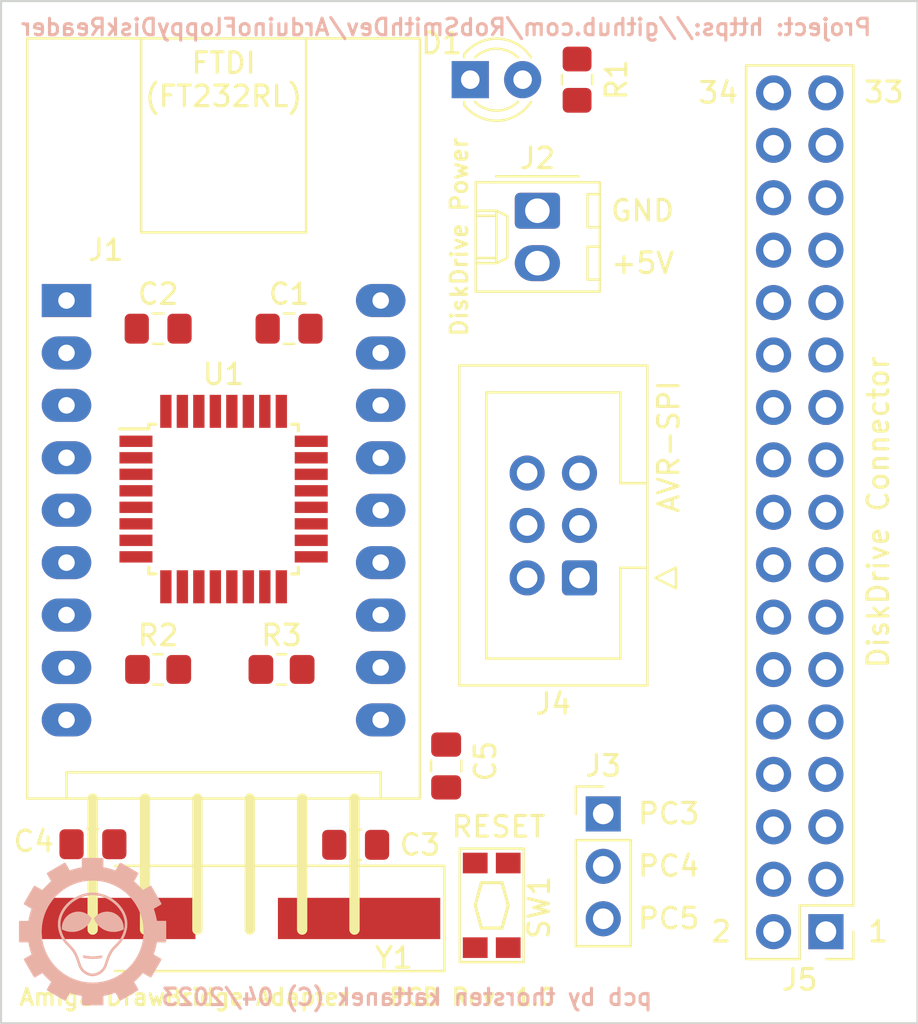
<source format=kicad_pcb>
(kicad_pcb (version 20211014) (generator pcbnew)
  (title_block (rev "1.0"))
  (layers (0 "F.Cu" signal) (31 "B.Cu" signal) (34 "B.Paste" user) (35 "F.Paste" user) (36 "B.SilkS" user "B.Silkscreen") (37 "F.SilkS" user "F.Silkscreen") (38 "B.Mask" user) (39 "F.Mask" user) (44 "Edge.Cuts" user))
  (net 0 "")
  (net 1 "GND")
  (net 2 "Net-(C1-Pad2)")
  (net 3 "VCC")
  (net 4 "Net-(C3-Pad1)")
  (net 5 "Net-(C4-Pad1)")
  (net 6 "RESET")
  (net 7 "DTR")
  (net 8 "Net-(D1-Pad2)")
  (net 9 "CTS")
  (net 10 "RXI")
  (net 11 "TXO")
  (net 12 "PC3")
  (net 13 "PC4")
  (net 14 "PC5")
  (net 15 "MISO")
  (net 16 "LED")
  (net 17 "DRV_SEL_B")
  (net 21 "DRV_INDEX")
  (net 24 "DRV_MOTOR_EN_B")
  (net 25 "DRV_DIRECTION")
  (net 26 "DRV_STEP")
  (net 27 "DRV_WRITE_DATA")
  (net 28 "DRV_WRITE_GATE")
  (net 29 "DRV_TRACK_0")
  (net 30 "DRV_WRITE_PROTECT")
  (net 31 "DRV_READ_DATA")
  (net 32 "DRV_HEAD_SELECT")
  (net 33 "DRV_DISK_CHANGE")
  (footprint "Connector_Molex:Molex_KK-254_AE-6410-02A_1x02_P2.54mm_Vertical" (layer "F.Cu") (at 144.76 63.5 -90)
    (fp_text reference "J2" (at -2.54 0) (layer "F.SilkS"))
    (fp_text value "DiskDrive Power")
    (pad "1" thru_hole roundrect (at 0 0 270) (size 1.74 2.19) (drill 1.19) (layers *.Cu *.Mask) (roundrect_rratio 0.143678) (net 1 "GND"))
    (pad "2" thru_hole oval (at 2.54 0 270) (size 1.74 2.19) (drill 1.19) (layers *.Cu *.Mask) (net 3 "VCC"))
  )
  (footprint "LED_THT:LED_D3.0mm" (layer "F.Cu") (at 141.505 57.15)
    (fp_text reference "D1" (at -1.393361 -1.757333) (layer "F.SilkS"))
    (fp_text value "LED (BLUE)")
    (pad "1" thru_hole rect (at 0 0) (size 1.8 1.8) (drill 0.9) (layers *.Cu *.Mask) (net 1 "GND"))
    (pad "2" thru_hole circle (at 2.54 0) (size 1.8 1.8) (drill 0.9) (layers *.Cu *.Mask) (net 8 "Net-(D1-Pad2)"))
  )
  (footprint "Capacitor_SMD:C_0805_2012Metric_Pad1.18x1.45mm_HandSolder" (layer "F.Cu") (at 135.945844 94.223666 180)
    (fp_text reference "C3" (at -3.119156 0) (layer "F.SilkS"))
    (fp_text value "22p")
    (pad "1" smd roundrect (at -1.0375 0 180) (size 1.175 1.45) (layers "F.Cu" "F.Paste" "F.Mask") (roundrect_rratio 0.212766) (net 4 "Net-(C3-Pad1)"))
    (pad "2" smd roundrect (at 1.0375 0 180) (size 1.175 1.45) (layers "F.Cu" "F.Paste" "F.Mask") (roundrect_rratio 0.212766) (net 1 "GND"))
  )
  (footprint "Capacitor_SMD:C_0805_2012Metric_Pad1.18x1.45mm_HandSolder" (layer "F.Cu") (at 132.715 69.215)
    (fp_text reference "C1" (at 0 -1.68) (layer "F.SilkS"))
    (fp_text value "100n")
    (pad "1" smd roundrect (at -1.0375 0) (size 1.175 1.45) (layers "F.Cu" "F.Paste" "F.Mask") (roundrect_rratio 0.212766) (net 1 "GND"))
    (pad "2" smd roundrect (at 1.0375 0) (size 1.175 1.45) (layers "F.Cu" "F.Paste" "F.Mask") (roundrect_rratio 0.212766) (net 2 "Net-(C1-Pad2)"))
  )
  (footprint "Crystal:Crystal_SMD_HC49-SD_HandSoldering" (layer "F.Cu") (at 130.175 97.79 180)
    (fp_text reference "Y1" (at -7.62 -1.905) (layer "F.SilkS"))
    (fp_text value "16MHz")
    (pad "1" smd rect (at -5.9375 0 180) (size 7.875 2) (layers "F.Cu" "F.Paste" "F.Mask") (net 5 "Net-(C4-Pad1)"))
    (pad "2" smd rect (at 5.9375 0 180) (size 7.875 2) (layers "F.Cu" "F.Paste" "F.Mask") (net 4 "Net-(C3-Pad1)"))
  )
  (footprint "connector_tk:ftdi_232_red" (layer "F.Cu") (at 129.54 80.55)
    (fp_text reference "J1" (at -5.715 -15.145 unlocked) (layer "F.SilkS"))
    (fp_text value "FTDI_232_RED")
    (pad "1" thru_hole rect (at -7.62 -12.7) (size 2.4 1.6) (drill 0.8) (layers *.Cu *.Mask))
    (pad "2" thru_hole oval (at -7.62 -10.16) (size 2.4 1.6) (drill 0.8) (layers *.Cu *.Mask))
    (pad "3" thru_hole oval (at -7.62 -7.62) (size 2.4 1.6) (drill 0.8) (layers *.Cu *.Mask))
    (pad "4" thru_hole oval (at -7.62 -5.08) (size 2.4 1.6) (drill 0.8) (layers *.Cu *.Mask) (net 9 "CTS"))
    (pad "5" thru_hole oval (at -7.62 -2.54) (size 2.4 1.6) (drill 0.8) (layers *.Cu *.Mask))
    (pad "6" thru_hole oval (at -7.62 0) (size 2.4 1.6) (drill 0.8) (layers *.Cu *.Mask) (net 3 "VCC"))
    (pad "7" thru_hole oval (at -7.62 2.54) (size 2.4 1.6) (drill 0.8) (layers *.Cu *.Mask))
    (pad "8" thru_hole oval (at -7.62 5.08) (size 2.4 1.6) (drill 0.8) (layers *.Cu *.Mask))
    (pad "9" thru_hole oval (at -7.62 7.62) (size 2.4 1.6) (drill 0.8) (layers *.Cu *.Mask) (net 1 "GND"))
    (pad "10" thru_hole oval (at 7.62 7.62) (size 2.4 1.6) (drill 0.8) (layers *.Cu *.Mask) (net 10 "RXI"))
    (pad "11" thru_hole oval (at 7.62 5.08) (size 2.4 1.6) (drill 0.8) (layers *.Cu *.Mask) (net 7 "DTR"))
    (pad "12" thru_hole oval (at 7.62 2.54) (size 2.4 1.6) (drill 0.8) (layers *.Cu *.Mask))
    (pad "13" thru_hole oval (at 7.62 0) (size 2.4 1.6) (drill 0.8) (layers *.Cu *.Mask))
    (pad "14" thru_hole oval (at 7.62 -2.54) (size 2.4 1.6) (drill 0.8) (layers *.Cu *.Mask) (net 11 "TXO"))
    (pad "15" thru_hole oval (at 7.62 -5.08) (size 2.4 1.6) (drill 0.8) (layers *.Cu *.Mask))
    (pad "16" thru_hole oval (at 7.62 -7.62) (size 2.4 1.6) (drill 0.8) (layers *.Cu *.Mask))
    (pad "17" thru_hole oval (at 7.62 -10.16) (size 2.4 1.6) (drill 0.8) (layers *.Cu *.Mask))
    (pad "18" thru_hole oval (at 7.62 -12.7) (size 2.4 1.6) (drill 0.8) (layers *.Cu *.Mask))
  )
  (footprint "button_switch_tk:SW_KMR231G" (layer "F.Cu") (at 142.545 97.155 -90)
    (fp_text reference "SW1" (at 0.1 -2.3 90) (layer "F.SilkS"))
    (fp_text value "SW_Push")
    (pad "1" smd rect locked (at 2.05 -0.8 270) (size 1 1.2) (layers "F.Cu" "F.Paste" "F.Mask") (net 1 "GND"))
    (pad "1" smd rect locked (at -2.05 -0.8 270) (size 1 1.2) (layers "F.Cu" "F.Paste" "F.Mask") (net 1 "GND"))
    (pad "2" smd rect locked (at -2.05 0.8 270) (size 1 1.2) (layers "F.Cu" "F.Paste" "F.Mask") (net 6 "RESET"))
    (pad "2" smd rect locked (at 2.05 0.8 270) (size 1 1.2) (layers "F.Cu" "F.Paste" "F.Mask") (net 6 "RESET"))
  )
  (footprint "Connector_IDC:IDC-Header_2x03_P2.54mm_Vertical" (layer "F.Cu") (at 146.8025 81.29 180)
    (fp_text reference "J4" (at 1.27 -6.1) (layer "F.SilkS"))
    (fp_text value "AVR-ISP-6")
    (pad "1" thru_hole roundrect (at 0 0 180) (size 1.7 1.7) (drill 1) (layers *.Cu *.Mask) (roundrect_rratio 0.147059) (net 15 "MISO"))
    (pad "2" thru_hole circle (at 2.54 0 180) (size 1.7 1.7) (drill 1) (layers *.Cu *.Mask) (net 3 "VCC"))
    (pad "3" thru_hole circle (at 0 2.54 180) (size 1.7 1.7) (drill 1) (layers *.Cu *.Mask) (net 16 "LED"))
    (pad "4" thru_hole circle (at 2.54 2.54 180) (size 1.7 1.7) (drill 1) (layers *.Cu *.Mask) (net 17 "DRV_SEL_B"))
    (pad "5" thru_hole circle (at 0 5.08 180) (size 1.7 1.7) (drill 1) (layers *.Cu *.Mask) (net 6 "RESET"))
    (pad "6" thru_hole circle (at 2.54 5.08 180) (size 1.7 1.7) (drill 1) (layers *.Cu *.Mask) (net 1 "GND"))
  )
  (footprint "Connector_PinHeader_2.54mm:PinHeader_1x03_P2.54mm_Vertical" (layer "F.Cu") (at 147.955 92.725)
    (fp_text reference "J3" (at 0 -2.33) (layer "F.SilkS"))
    (fp_text value "PC3-PC5")
    (pad "1" thru_hole rect (at 0 0) (size 1.7 1.7) (drill 1) (layers *.Cu *.Mask) (net 12 "PC3"))
    (pad "2" thru_hole oval (at 0 2.54) (size 1.7 1.7) (drill 1) (layers *.Cu *.Mask) (net 13 "PC4"))
    (pad "3" thru_hole oval (at 0 5.08) (size 1.7 1.7) (drill 1) (layers *.Cu *.Mask) (net 14 "PC5"))
  )
  (footprint "Capacitor_SMD:C_0805_2012Metric_Pad1.18x1.45mm_HandSolder" (layer "F.Cu") (at 126.365 69.215)
    (fp_text reference "C2" (at 0 -1.68) (layer "F.SilkS"))
    (fp_text value "100n")
    (pad "1" smd roundrect (at -1.0375 0) (size 1.175 1.45) (layers "F.Cu" "F.Paste" "F.Mask") (roundrect_rratio 0.212766) (net 3 "VCC"))
    (pad "2" smd roundrect (at 1.0375 0) (size 1.175 1.45) (layers "F.Cu" "F.Paste" "F.Mask") (roundrect_rratio 0.212766) (net 1 "GND"))
  )
  (footprint "Package_QFP:TQFP-32_7x7mm_P0.8mm" (layer "F.Cu") (at 129.54 77.47)
    (fp_text reference "U1" (at 0 -6.05) (layer "F.SilkS"))
    (fp_text value "ATmega328P-A")
    (pad "1" smd rect (at -4.25 -2.8) (size 1.6 0.55) (layers "F.Cu" "F.Paste" "F.Mask") (net 27 "DRV_WRITE_DATA"))
    (pad "2" smd rect (at -4.25 -2) (size 1.6 0.55) (layers "F.Cu" "F.Paste" "F.Mask") (net 29 "DRV_TRACK_0"))
    (pad "3" smd rect (at -4.25 -1.2) (size 1.6 0.55) (layers "F.Cu" "F.Paste" "F.Mask") (net 1 "GND"))
    (pad "4" smd rect (at -4.25 -0.4) (size 1.6 0.55) (layers "F.Cu" "F.Paste" "F.Mask") (net 3 "VCC"))
    (pad "5" smd rect (at -4.25 0.4) (size 1.6 0.55) (layers "F.Cu" "F.Paste" "F.Mask") (net 1 "GND"))
    (pad "6" smd rect (at -4.25 1.2) (size 1.6 0.55) (layers "F.Cu" "F.Paste" "F.Mask") (net 3 "VCC"))
    (pad "7" smd rect (at -4.25 2) (size 1.6 0.55) (layers "F.Cu" "F.Paste" "F.Mask") (net 4 "Net-(C3-Pad1)"))
    (pad "8" smd rect (at -4.25 2.8) (size 1.6 0.55) (layers "F.Cu" "F.Paste" "F.Mask") (net 5 "Net-(C4-Pad1)"))
    (pad "9" smd rect (at -2.8 4.25 90) (size 1.6 0.55) (layers "F.Cu" "F.Paste" "F.Mask") (net 24 "DRV_MOTOR_EN_B"))
    (pad "10" smd rect (at -2 4.25 90) (size 1.6 0.55) (layers "F.Cu" "F.Paste" "F.Mask") (net 25 "DRV_DIRECTION"))
    (pad "11" smd rect (at -1.2 4.25 90) (size 1.6 0.55) (layers "F.Cu" "F.Paste" "F.Mask") (net 26 "DRV_STEP"))
    (pad "12" smd rect (at -0.4 4.25 90) (size 1.6 0.55) (layers "F.Cu" "F.Paste" "F.Mask") (net 31 "DRV_READ_DATA"))
    (pad "13" smd rect (at 0.4 4.25 90) (size 1.6 0.55) (layers "F.Cu" "F.Paste" "F.Mask") (net 32 "DRV_HEAD_SELECT"))
    (pad "14" smd rect (at 1.2 4.25 90) (size 1.6 0.55) (layers "F.Cu" "F.Paste" "F.Mask") (net 33 "DRV_DISK_CHANGE"))
    (pad "15" smd rect (at 2 4.25 90) (size 1.6 0.55) (layers "F.Cu" "F.Paste" "F.Mask") (net 17 "DRV_SEL_B"))
    (pad "16" smd rect (at 2.8 4.25 90) (size 1.6 0.55) (layers "F.Cu" "F.Paste" "F.Mask") (net 15 "MISO"))
    (pad "17" smd rect (at 4.25 2.8) (size 1.6 0.55) (layers "F.Cu" "F.Paste" "F.Mask") (net 16 "LED"))
    (pad "18" smd rect (at 4.25 2) (size 1.6 0.55) (layers "F.Cu" "F.Paste" "F.Mask") (net 3 "VCC"))
    (pad "19" smd rect (at 4.25 1.2) (size 1.6 0.55) (layers "F.Cu" "F.Paste" "F.Mask") (net 1 "GND"))
    (pad "20" smd rect (at 4.25 0.4) (size 1.6 0.55) (layers "F.Cu" "F.Paste" "F.Mask") (net 2 "Net-(C1-Pad2)"))
    (pad "21" smd rect (at 4.25 -0.4) (size 1.6 0.55) (layers "F.Cu" "F.Paste" "F.Mask") (net 1 "GND"))
    (pad "22" smd rect (at 4.25 -1.2) (size 1.6 0.55) (layers "F.Cu" "F.Paste" "F.Mask") (net 1 "GND"))
    (pad "23" smd rect (at 4.25 -2) (size 1.6 0.55) (layers "F.Cu" "F.Paste" "F.Mask") (net 28 "DRV_WRITE_GATE"))
    (pad "24" smd rect (at 4.25 -2.8) (size 1.6 0.55) (layers "F.Cu" "F.Paste" "F.Mask") (net 30 "DRV_WRITE_PROTECT"))
    (pad "25" smd rect (at 2.8 -4.25 90) (size 1.6 0.55) (layers "F.Cu" "F.Paste" "F.Mask") (net 9 "CTS"))
    (pad "26" smd rect (at 2 -4.25 90) (size 1.6 0.55) (layers "F.Cu" "F.Paste" "F.Mask") (net 12 "PC3"))
    (pad "27" smd rect (at 1.2 -4.25 90) (size 1.6 0.55) (layers "F.Cu" "F.Paste" "F.Mask") (net 13 "PC4"))
    (pad "28" smd rect (at 0.4 -4.25 90) (size 1.6 0.55) (layers "F.Cu" "F.Paste" "F.Mask") (net 14 "PC5"))
    (pad "29" smd rect (at -0.4 -4.25 90) (size 1.6 0.55) (layers "F.Cu" "F.Paste" "F.Mask") (net 6 "RESET"))
    (pad "30" smd rect (at -1.2 -4.25 90) (size 1.6 0.55) (layers "F.Cu" "F.Paste" "F.Mask") (net 10 "RXI"))
    (pad "31" smd rect (at -2 -4.25 90) (size 1.6 0.55) (layers "F.Cu" "F.Paste" "F.Mask") (net 11 "TXO"))
    (pad "32" smd rect (at -2.8 -4.25 90) (size 1.6 0.55) (layers "F.Cu" "F.Paste" "F.Mask") (net 21 "DRV_INDEX"))
  )
  (footprint "Resistor_SMD:R_0805_2012Metric_Pad1.20x1.40mm_HandSolder" (layer "F.Cu") (at 132.35 85.725)
    (fp_text reference "R3" (at 0 -1.65) (layer "F.SilkS"))
    (fp_text value "10k")
    (pad "1" smd roundrect (at -1 0) (size 1.2 1.4) (layers "F.Cu" "F.Paste" "F.Mask") (roundrect_rratio 0.208333) (net 6 "RESET"))
    (pad "2" smd roundrect (at 1 0) (size 1.2 1.4) (layers "F.Cu" "F.Paste" "F.Mask") (roundrect_rratio 0.208333) (net 3 "VCC"))
  )
  (footprint "Capacitor_SMD:C_0805_2012Metric_Pad1.18x1.45mm_HandSolder" (layer "F.Cu") (at 123.202858 94.194112 180)
    (fp_text reference "C4" (at 2.871314 0.142139) (layer "F.SilkS"))
    (fp_text value "22p")
    (pad "1" smd roundrect (at -1.0375 0 180) (size 1.175 1.45) (layers "F.Cu" "F.Paste" "F.Mask") (roundrect_rratio 0.212766) (net 5 "Net-(C4-Pad1)"))
    (pad "2" smd roundrect (at 1.0375 0 180) (size 1.175 1.45) (layers "F.Cu" "F.Paste" "F.Mask") (roundrect_rratio 0.212766) (net 1 "GND"))
  )
  (footprint "Resistor_SMD:R_0805_2012Metric_Pad1.20x1.40mm_HandSolder" (layer "F.Cu") (at 126.365 85.725)
    (fp_text reference "R2" (at 0 -1.65) (layer "F.SilkS"))
    (fp_text value "1k")
    (pad "1" smd roundrect (at -1 0) (size 1.2 1.4) (layers "F.Cu" "F.Paste" "F.Mask") (roundrect_rratio 0.208333) (net 3 "VCC"))
    (pad "2" smd roundrect (at 1 0) (size 1.2 1.4) (layers "F.Cu" "F.Paste" "F.Mask") (roundrect_rratio 0.208333) (net 31 "DRV_READ_DATA"))
  )
  (footprint "Capacitor_SMD:C_0805_2012Metric_Pad1.18x1.45mm_HandSolder" (layer "F.Cu") (at 140.335 90.4025 90)
    (fp_text reference "C5" (at 0.2325 1.905 90) (layer "F.SilkS"))
    (fp_text value "100n")
    (pad "1" smd roundrect (at -1.0375 0 90) (size 1.175 1.45) (layers "F.Cu" "F.Paste" "F.Mask") (roundrect_rratio 0.212766) (net 6 "RESET"))
    (pad "2" smd roundrect (at 1.0375 0 90) (size 1.175 1.45) (layers "F.Cu" "F.Paste" "F.Mask") (roundrect_rratio 0.212766) (net 7 "DTR"))
  )
  (footprint "Connector_PinHeader_2.54mm:PinHeader_2x17_P2.54mm_Vertical" (layer "F.Cu") (at 158.755 98.43 180)
    (fp_text reference "J5" (at 1.27 -2.33) (layer "F.SilkS"))
    (fp_text value "DiskDrive Data")
    (pad "1" thru_hole rect (at 0 0 180) (size 1.7 1.7) (drill 1) (layers *.Cu *.Mask) (net 1 "GND"))
    (pad "2" thru_hole oval (at 2.54 0 180) (size 1.7 1.7) (drill 1) (layers *.Cu *.Mask))
    (pad "3" thru_hole oval (at 0 2.54 180) (size 1.7 1.7) (drill 1) (layers *.Cu *.Mask) (net 1 "GND"))
    (pad "4" thru_hole oval (at 2.54 2.54 180) (size 1.7 1.7) (drill 1) (layers *.Cu *.Mask))
    (pad "5" thru_hole oval (at 0 5.08 180) (size 1.7 1.7) (drill 1) (layers *.Cu *.Mask) (net 1 "GND"))
    (pad "6" thru_hole oval (at 2.54 5.08 180) (size 1.7 1.7) (drill 1) (layers *.Cu *.Mask))
    (pad "7" thru_hole oval (at 0 7.62 180) (size 1.7 1.7) (drill 1) (layers *.Cu *.Mask) (net 1 "GND"))
    (pad "8" thru_hole oval (at 2.54 7.62 180) (size 1.7 1.7) (drill 1) (layers *.Cu *.Mask) (net 21 "DRV_INDEX"))
    (pad "9" thru_hole oval (at 0 10.16 180) (size 1.7 1.7) (drill 1) (layers *.Cu *.Mask) (net 1 "GND"))
    (pad "10" thru_hole oval (at 2.54 10.16 180) (size 1.7 1.7) (drill 1) (layers *.Cu *.Mask))
    (pad "11" thru_hole oval (at 0 12.7 180) (size 1.7 1.7) (drill 1) (layers *.Cu *.Mask) (net 1 "GND"))
    (pad "12" thru_hole oval (at 2.54 12.7 180) (size 1.7 1.7) (drill 1) (layers *.Cu *.Mask) (net 17 "DRV_SEL_B"))
    (pad "13" thru_hole oval (at 0 15.24 180) (size 1.7 1.7) (drill 1) (layers *.Cu *.Mask) (net 1 "GND"))
    (pad "14" thru_hole oval (at 2.54 15.24 180) (size 1.7 1.7) (drill 1) (layers *.Cu *.Mask))
    (pad "15" thru_hole oval (at 0 17.78 180) (size 1.7 1.7) (drill 1) (layers *.Cu *.Mask) (net 1 "GND"))
    (pad "16" thru_hole oval (at 2.54 17.78 180) (size 1.7 1.7) (drill 1) (layers *.Cu *.Mask) (net 24 "DRV_MOTOR_EN_B"))
    (pad "17" thru_hole oval (at 0 20.32 180) (size 1.7 1.7) (drill 1) (layers *.Cu *.Mask) (net 1 "GND"))
    (pad "18" thru_hole oval (at 2.54 20.32 180) (size 1.7 1.7) (drill 1) (layers *.Cu *.Mask) (net 25 "DRV_DIRECTION"))
    (pad "19" thru_hole oval (at 0 22.86 180) (size 1.7 1.7) (drill 1) (layers *.Cu *.Mask) (net 1 "GND"))
    (pad "20" thru_hole oval (at 2.54 22.86 180) (size 1.7 1.7) (drill 1) (layers *.Cu *.Mask) (net 26 "DRV_STEP"))
    (pad "21" thru_hole oval (at 0 25.4 180) (size 1.7 1.7) (drill 1) (layers *.Cu *.Mask) (net 1 "GND"))
    (pad "22" thru_hole oval (at 2.54 25.4 180) (size 1.7 1.7) (drill 1) (layers *.Cu *.Mask) (net 27 "DRV_WRITE_DATA"))
    (pad "23" thru_hole oval (at 0 27.94 180) (size 1.7 1.7) (drill 1) (layers *.Cu *.Mask) (net 1 "GND"))
    (pad "24" thru_hole oval (at 2.54 27.94 180) (size 1.7 1.7) (drill 1) (layers *.Cu *.Mask) (net 28 "DRV_WRITE_GATE"))
    (pad "25" thru_hole oval (at 0 30.48 180) (size 1.7 1.7) (drill 1) (layers *.Cu *.Mask) (net 1 "GND"))
    (pad "26" thru_hole oval (at 2.54 30.48 180) (size 1.7 1.7) (drill 1) (layers *.Cu *.Mask) (net 29 "DRV_TRACK_0"))
    (pad "27" thru_hole oval (at 0 33.02 180) (size 1.7 1.7) (drill 1) (layers *.Cu *.Mask) (net 1 "GND"))
    (pad "28" thru_hole oval (at 2.54 33.02 180) (size 1.7 1.7) (drill 1) (layers *.Cu *.Mask) (net 30 "DRV_WRITE_PROTECT"))
    (pad "29" thru_hole oval (at 0 35.56 180) (size 1.7 1.7) (drill 1) (layers *.Cu *.Mask) (net 1 "GND"))
    (pad "30" thru_hole oval (at 2.54 35.56 180) (size 1.7 1.7) (drill 1) (layers *.Cu *.Mask) (net 31 "DRV_READ_DATA"))
    (pad "31" thru_hole oval (at 0 38.1 180) (size 1.7 1.7) (drill 1) (layers *.Cu *.Mask) (net 1 "GND"))
    (pad "32" thru_hole oval (at 2.54 38.1 180) (size 1.7 1.7) (drill 1) (layers *.Cu *.Mask) (net 32 "DRV_HEAD_SELECT"))
    (pad "33" thru_hole oval (at 0 40.64 180) (size 1.7 1.7) (drill 1) (layers *.Cu *.Mask) (net 1 "GND"))
    (pad "34" thru_hole oval (at 2.54 40.64 180) (size 1.7 1.7) (drill 1) (layers *.Cu *.Mask) (net 33 "DRV_DISK_CHANGE"))
  )
  (footprint "Resistor_SMD:R_0805_2012Metric_Pad1.20x1.40mm_HandSolder" (layer "F.Cu") (at 146.685 57.15 90)
    (fp_text reference "R1" (at 0 1.905 90) (layer "F.SilkS"))
    (fp_text value "82")
    (pad "1" smd roundrect (at -1 0 90) (size 1.2 1.4) (layers "F.Cu" "F.Paste" "F.Mask") (roundrect_rratio 0.208333) (net 16 "LED"))
    (pad "2" smd roundrect (at 1 0 90) (size 1.2 1.4) (layers "F.Cu" "F.Paste" "F.Mask") (roundrect_rratio 0.208333) (net 8 "Net-(D1-Pad2)"))
  )
  (footprint "logos_tk:logo_01_7_1mm_fsilk" (layer "B.Cu") (at 123.19 98.425 180)
    (fp_text reference "G***" hide)
    (fp_text value "LOGO" hide)
  )
  (gr_rect (start 118.745 53.34) (end 163.195 102.87) (layer "Edge.Cuts") (width 0.1) (fill none))
  (gr_text "pcb by thorsten kattanek (C) 04/2023" (at 138.43 101.6) (layer "B.SilkS") (effects (font (size 0.8 0.8)) (justify mirror)))
  (gr_text "Project: https://github.com/RobSmithDev/ArduinoFloppyDiskReader" (at 140.335 54.61) (layer "B.SilkS") (effects (font (size 0.8 0.8)) (justify mirror)))
  (gr_text "PC5" (at 151.13 97.79) (layer "F.SilkS") (effects (font (size 1 1))))
  (gr_text "GND" (at 149.86 63.5) (layer "F.SilkS") (effects (font (size 1 1))))
  (gr_text "Amiga DrawBridge Adapter" (at 127.635 101.6) (layer "F.SilkS") (effects (font (size 0.8 0.8))))
  (gr_text "DiskDrive Connector" (at 161.29 78.105 90) (layer "F.SilkS") (effects (font (size 1 1))))
  (gr_text "33" (at 161.562026 57.763825) (layer "F.SilkS") (effects (font (size 1 1))))
  (gr_text "+5V" (at 149.86 66.04) (layer "F.SilkS") (effects (font (size 1 1))))
  (gr_text "DiskDrive Power" (at 140.97 64.77 90) (layer "F.SilkS") (effects (font (size 0.8 0.8))))
  (gr_text "PC3" (at 151.13 92.71) (layer "F.SilkS") (effects (font (size 1 1))))
  (gr_text "1" (at 161.29 98.425) (layer "F.SilkS") (effects (font (size 1 1))))
  (gr_text "34" (at 153.534892 57.785) (layer "F.SilkS") (effects (font (size 1 1))))
  (gr_text "RESET" (at 142.875 93.345) (layer "F.SilkS") (effects (font (size 1 1))))
  (gr_text "AVR-SPI" (at 151.13 74.93 90) (layer "F.SilkS") (effects (font (size 1 1))))
  (gr_text "PCB Rev. 1.0" (at 141.605 101.6) (layer "F.SilkS") (effects (font (size 0.8 0.8))))
  (gr_text "2" (at 153.67 98.425) (layer "F.SilkS") (effects (font (size 1 1))))
  (gr_text "FTDI\n(FT232RL)" (at 129.54 57.15) (layer "F.SilkS") (effects (font (size 1 1))))
  (gr_text "PC4" (at 151.13 95.25) (layer "F.SilkS") (effects (font (size 1 1))))
)
</source>
